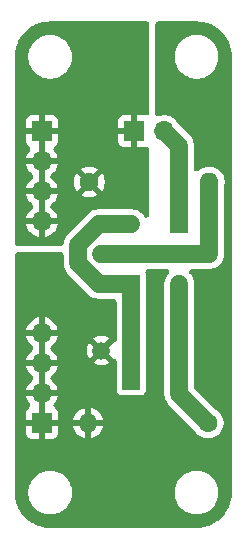
<source format=gbl>
%TF.GenerationSoftware,KiCad,Pcbnew,9.0.0*%
%TF.CreationDate,2025-03-07T11:18:17-05:00*%
%TF.ProjectId,current_sink,63757272-656e-4745-9f73-696e6b2e6b69,rev?*%
%TF.SameCoordinates,Original*%
%TF.FileFunction,Copper,L2,Bot*%
%TF.FilePolarity,Positive*%
%FSLAX46Y46*%
G04 Gerber Fmt 4.6, Leading zero omitted, Abs format (unit mm)*
G04 Created by KiCad (PCBNEW 9.0.0) date 2025-03-07 11:18:17*
%MOMM*%
%LPD*%
G01*
G04 APERTURE LIST*
%TA.AperFunction,ComponentPad*%
%ADD10C,1.600000*%
%TD*%
%TA.AperFunction,ComponentPad*%
%ADD11O,1.600000X1.600000*%
%TD*%
%TA.AperFunction,ComponentPad*%
%ADD12R,1.700000X1.700000*%
%TD*%
%TA.AperFunction,ComponentPad*%
%ADD13O,1.700000X1.700000*%
%TD*%
%TA.AperFunction,ComponentPad*%
%ADD14R,1.500000X1.500000*%
%TD*%
%TA.AperFunction,ComponentPad*%
%ADD15C,1.500000*%
%TD*%
%TA.AperFunction,Conductor*%
%ADD16C,1.500000*%
%TD*%
G04 APERTURE END LIST*
D10*
%TO.P,R2,1*%
%TO.N,VCC*%
X7820000Y-15100000D03*
D11*
%TO.P,R2,2*%
%TO.N,Net-(Q1-B)*%
X17980000Y-15100000D03*
%TD*%
D12*
%TO.P,J1,1,Pin_1*%
%TO.N,VCC*%
X11625000Y-10800000D03*
D13*
%TO.P,J1,2,Pin_2*%
%TO.N,Net-(J1-Pin_2)*%
X14165000Y-10800000D03*
%TD*%
D14*
%TO.P,U1,1,REF*%
%TO.N,Net-(Q2-C)*%
X11370000Y-31920000D03*
D15*
%TO.P,U1,2,A*%
%TO.N,GND*%
X8830000Y-29380000D03*
%TO.P,U1,3,K*%
%TO.N,Net-(Q2-C)*%
X11370000Y-26840000D03*
%TD*%
D12*
%TO.P,J2,1,Pin_1*%
%TO.N,VCC*%
X3800000Y-10800000D03*
D13*
%TO.P,J2,2,Pin_2*%
X3800000Y-13340000D03*
%TO.P,J2,3,Pin_3*%
X3800000Y-15880000D03*
%TO.P,J2,4,Pin_4*%
X3800000Y-18420000D03*
%TD*%
D14*
%TO.P,Q1,1,C*%
%TO.N,Net-(J1-Pin_2)*%
X15430000Y-18660000D03*
D15*
%TO.P,Q1,2,B*%
%TO.N,Net-(Q1-B)*%
X17970000Y-21200000D03*
%TO.P,Q1,3,E*%
%TO.N,Net-(Q1-E)*%
X15430000Y-23740000D03*
%TD*%
D10*
%TO.P,R1,1*%
%TO.N,Net-(Q1-E)*%
X17880000Y-35500000D03*
D11*
%TO.P,R1,2*%
%TO.N,GND*%
X7720000Y-35500000D03*
%TD*%
D12*
%TO.P,J3,1,Pin_1*%
%TO.N,GND*%
X3800000Y-35500000D03*
D13*
%TO.P,J3,2,Pin_2*%
X3800000Y-32960000D03*
%TO.P,J3,3,Pin_3*%
X3800000Y-30420000D03*
%TO.P,J3,4,Pin_4*%
X3800000Y-27880000D03*
%TD*%
D14*
%TO.P,Q2,1,C*%
%TO.N,Net-(Q2-C)*%
X11370000Y-23740000D03*
D15*
%TO.P,Q2,2,B*%
%TO.N,Net-(Q1-B)*%
X8830000Y-21200000D03*
%TO.P,Q2,3,E*%
%TO.N,Net-(Q2-C)*%
X11370000Y-18660000D03*
%TD*%
D16*
%TO.N,Net-(J1-Pin_2)*%
X15430000Y-18660000D02*
X15430000Y-12065000D01*
X15430000Y-12065000D02*
X14165000Y-10800000D01*
%TO.N,Net-(Q1-B)*%
X8830000Y-21200000D02*
X11600000Y-21200000D01*
X17980000Y-15100000D02*
X17980000Y-21190000D01*
X13200000Y-21200000D02*
X17970000Y-21200000D01*
X11600000Y-21200000D02*
X13200000Y-21200000D01*
X17980000Y-21190000D02*
X17970000Y-21200000D01*
%TO.N,Net-(Q1-E)*%
X15430000Y-33050000D02*
X17880000Y-35500000D01*
X15430000Y-23740000D02*
X15430000Y-33050000D01*
%TO.N,Net-(Q2-C)*%
X8632083Y-18660000D02*
X6894000Y-20398083D01*
X11370000Y-18660000D02*
X8632083Y-18660000D01*
X11370000Y-26840000D02*
X11370000Y-31920000D01*
X11370000Y-23740000D02*
X11370000Y-26840000D01*
X6894000Y-20398083D02*
X6894000Y-22001918D01*
X6894000Y-22001918D02*
X8632082Y-23740000D01*
X8632082Y-23740000D02*
X11370000Y-23740000D01*
%TD*%
%TA.AperFunction,Conductor*%
%TO.N,VCC*%
G36*
X4050000Y-17986988D02*
G01*
X3992993Y-17954075D01*
X3865826Y-17920000D01*
X3734174Y-17920000D01*
X3607007Y-17954075D01*
X3550000Y-17986988D01*
X3550000Y-16313012D01*
X3607007Y-16345925D01*
X3734174Y-16380000D01*
X3865826Y-16380000D01*
X3992993Y-16345925D01*
X4050000Y-16313012D01*
X4050000Y-17986988D01*
G37*
%TD.AperFunction*%
%TA.AperFunction,Conductor*%
G36*
X4050000Y-15446988D02*
G01*
X3992993Y-15414075D01*
X3865826Y-15380000D01*
X3734174Y-15380000D01*
X3607007Y-15414075D01*
X3550000Y-15446988D01*
X3550000Y-13773012D01*
X3607007Y-13805925D01*
X3734174Y-13840000D01*
X3865826Y-13840000D01*
X3992993Y-13805925D01*
X4050000Y-13773012D01*
X4050000Y-15446988D01*
G37*
%TD.AperFunction*%
%TA.AperFunction,Conductor*%
G36*
X4050000Y-12906988D02*
G01*
X3992993Y-12874075D01*
X3865826Y-12840000D01*
X3734174Y-12840000D01*
X3607007Y-12874075D01*
X3550000Y-12906988D01*
X3550000Y-11233012D01*
X3607007Y-11265925D01*
X3734174Y-11300000D01*
X3865826Y-11300000D01*
X3992993Y-11265925D01*
X4050000Y-11233012D01*
X4050000Y-12906988D01*
G37*
%TD.AperFunction*%
%TA.AperFunction,Conductor*%
G36*
X12746288Y-1519454D02*
G01*
X12827070Y-1573430D01*
X12881046Y-1654212D01*
X12900000Y-1749500D01*
X12900000Y-9216760D01*
X12881046Y-9312048D01*
X12827070Y-9392830D01*
X12746288Y-9446806D01*
X12651000Y-9465760D01*
X12593744Y-9459088D01*
X12582375Y-9456401D01*
X12522832Y-9450000D01*
X11875001Y-9450000D01*
X11875000Y-9450001D01*
X11875000Y-10366988D01*
X11817993Y-10334075D01*
X11690826Y-10300000D01*
X11559174Y-10300000D01*
X11432007Y-10334075D01*
X11375000Y-10366988D01*
X11375000Y-9450001D01*
X11374999Y-9450000D01*
X10727167Y-9450000D01*
X10667628Y-9456401D01*
X10667621Y-9456403D01*
X10532912Y-9506646D01*
X10417812Y-9592810D01*
X10417810Y-9592812D01*
X10331646Y-9707912D01*
X10281403Y-9842621D01*
X10281401Y-9842628D01*
X10275000Y-9902167D01*
X10275000Y-10549999D01*
X10275001Y-10550000D01*
X11191988Y-10550000D01*
X11159075Y-10607007D01*
X11125000Y-10734174D01*
X11125000Y-10865826D01*
X11159075Y-10992993D01*
X11191988Y-11050000D01*
X10275001Y-11050000D01*
X10275000Y-11050001D01*
X10275000Y-11697832D01*
X10281401Y-11757371D01*
X10281403Y-11757378D01*
X10331646Y-11892087D01*
X10417810Y-12007187D01*
X10417812Y-12007189D01*
X10532912Y-12093353D01*
X10667621Y-12143596D01*
X10667628Y-12143598D01*
X10727167Y-12149999D01*
X10727175Y-12150000D01*
X11374999Y-12150000D01*
X11375000Y-12149999D01*
X11375000Y-11233012D01*
X11432007Y-11265925D01*
X11559174Y-11300000D01*
X11690826Y-11300000D01*
X11817993Y-11265925D01*
X11875000Y-11233012D01*
X11875000Y-12149999D01*
X11875001Y-12150000D01*
X12522825Y-12150000D01*
X12522832Y-12149999D01*
X12582370Y-12143598D01*
X12593735Y-12140913D01*
X12690829Y-12137445D01*
X12781858Y-12171397D01*
X12852966Y-12237599D01*
X12893326Y-12325974D01*
X12900000Y-12383239D01*
X12900000Y-17873135D01*
X12881046Y-17968423D01*
X12827070Y-18049205D01*
X12746288Y-18103181D01*
X12651000Y-18122135D01*
X12555712Y-18103181D01*
X12474930Y-18049205D01*
X12445737Y-18012175D01*
X12445276Y-18012511D01*
X12323830Y-17845357D01*
X12323828Y-17845354D01*
X12184646Y-17706172D01*
X12184638Y-17706166D01*
X12025410Y-17590479D01*
X12025407Y-17590477D01*
X12025405Y-17590476D01*
X11850025Y-17501116D01*
X11850024Y-17501115D01*
X11850023Y-17501115D01*
X11850017Y-17501113D01*
X11742928Y-17466318D01*
X11662826Y-17440291D01*
X11662824Y-17440290D01*
X11662822Y-17440290D01*
X11468428Y-17409501D01*
X11468419Y-17409500D01*
X11468417Y-17409500D01*
X8533666Y-17409500D01*
X8533663Y-17409500D01*
X8533654Y-17409501D01*
X8339260Y-17440290D01*
X8152065Y-17501113D01*
X8152059Y-17501115D01*
X7976673Y-17590478D01*
X7817443Y-17706166D01*
X5940170Y-19583439D01*
X5824475Y-19742680D01*
X5824473Y-19742681D01*
X5735115Y-19918059D01*
X5735113Y-19918066D01*
X5674291Y-20105257D01*
X5643507Y-20299619D01*
X5641224Y-20309130D01*
X5624903Y-20344530D01*
X5611412Y-20381102D01*
X5604691Y-20388371D01*
X5600548Y-20397360D01*
X5571928Y-20423815D01*
X5545463Y-20452445D01*
X5536471Y-20456590D01*
X5529204Y-20463308D01*
X5492635Y-20476799D01*
X5457232Y-20493120D01*
X5444220Y-20494660D01*
X5438054Y-20496935D01*
X5428253Y-20496549D01*
X5399104Y-20500000D01*
X1749501Y-20500000D01*
X1654213Y-20481046D01*
X1573431Y-20427070D01*
X1519455Y-20346288D01*
X1500501Y-20251000D01*
X1500501Y-18595574D01*
X1500501Y-17351445D01*
X1500500Y-9902167D01*
X2450000Y-9902167D01*
X2450000Y-10549999D01*
X2450001Y-10550000D01*
X3366988Y-10550000D01*
X3334075Y-10607007D01*
X3300000Y-10734174D01*
X3300000Y-10865826D01*
X3334075Y-10992993D01*
X3366988Y-11050000D01*
X2450001Y-11050000D01*
X2450000Y-11050001D01*
X2450000Y-11697832D01*
X2456401Y-11757371D01*
X2456403Y-11757378D01*
X2506646Y-11892087D01*
X2592810Y-12007187D01*
X2592812Y-12007189D01*
X2722169Y-12104026D01*
X2719884Y-12107078D01*
X2769606Y-12148617D01*
X2814653Y-12234697D01*
X2823330Y-12331464D01*
X2794315Y-12424185D01*
X2775166Y-12451994D01*
X2776028Y-12452620D01*
X2645376Y-12632446D01*
X2548908Y-12821774D01*
X2548902Y-12821787D01*
X2483243Y-13023870D01*
X2472769Y-13090000D01*
X3366988Y-13090000D01*
X3334075Y-13147007D01*
X3300000Y-13274174D01*
X3300000Y-13405826D01*
X3334075Y-13532993D01*
X3366988Y-13590000D01*
X2472770Y-13590000D01*
X2483243Y-13656129D01*
X2548902Y-13858212D01*
X2548908Y-13858225D01*
X2645376Y-14047553D01*
X2770275Y-14219462D01*
X2920537Y-14369724D01*
X2973983Y-14408555D01*
X3039932Y-14479898D01*
X3073558Y-14571048D01*
X3069744Y-14668128D01*
X3029069Y-14756359D01*
X2973983Y-14811445D01*
X2920537Y-14850275D01*
X2770275Y-15000537D01*
X2645376Y-15172446D01*
X2548908Y-15361774D01*
X2548902Y-15361787D01*
X2483243Y-15563870D01*
X2472769Y-15630000D01*
X3366988Y-15630000D01*
X3334075Y-15687007D01*
X3300000Y-15814174D01*
X3300000Y-15945826D01*
X3334075Y-16072993D01*
X3366988Y-16130000D01*
X2472770Y-16130000D01*
X2483243Y-16196129D01*
X2548902Y-16398212D01*
X2548908Y-16398225D01*
X2645376Y-16587553D01*
X2770275Y-16759462D01*
X2920537Y-16909724D01*
X2973983Y-16948555D01*
X3039932Y-17019898D01*
X3073558Y-17111048D01*
X3069744Y-17208128D01*
X3029069Y-17296359D01*
X2973983Y-17351445D01*
X2920537Y-17390275D01*
X2770275Y-17540537D01*
X2645376Y-17712446D01*
X2548908Y-17901774D01*
X2548902Y-17901787D01*
X2483243Y-18103870D01*
X2472769Y-18170000D01*
X3366988Y-18170000D01*
X3334075Y-18227007D01*
X3300000Y-18354174D01*
X3300000Y-18485826D01*
X3334075Y-18612993D01*
X3366988Y-18670000D01*
X2472770Y-18670000D01*
X2483243Y-18736129D01*
X2548902Y-18938212D01*
X2548908Y-18938225D01*
X2645376Y-19127553D01*
X2770275Y-19299462D01*
X2920537Y-19449724D01*
X3092446Y-19574623D01*
X3281774Y-19671091D01*
X3281787Y-19671097D01*
X3483870Y-19736756D01*
X3550000Y-19747230D01*
X3550000Y-18853012D01*
X3607007Y-18885925D01*
X3734174Y-18920000D01*
X3865826Y-18920000D01*
X3992993Y-18885925D01*
X4050000Y-18853012D01*
X4050000Y-19747229D01*
X4116129Y-19736756D01*
X4318212Y-19671097D01*
X4318225Y-19671091D01*
X4507553Y-19574623D01*
X4679462Y-19449724D01*
X4829724Y-19299462D01*
X4954623Y-19127553D01*
X5051091Y-18938225D01*
X5051097Y-18938212D01*
X5116756Y-18736129D01*
X5127230Y-18670000D01*
X4233012Y-18670000D01*
X4265925Y-18612993D01*
X4300000Y-18485826D01*
X4300000Y-18354174D01*
X4265925Y-18227007D01*
X4233012Y-18170000D01*
X5127230Y-18170000D01*
X5116756Y-18103870D01*
X5051097Y-17901787D01*
X5051091Y-17901774D01*
X4954623Y-17712446D01*
X4829724Y-17540537D01*
X4679461Y-17390274D01*
X4626018Y-17351446D01*
X4560068Y-17280103D01*
X4526441Y-17188954D01*
X4530255Y-17091874D01*
X4570929Y-17003643D01*
X4626018Y-16948554D01*
X4679461Y-16909725D01*
X4829724Y-16759462D01*
X4954623Y-16587553D01*
X5051091Y-16398225D01*
X5051097Y-16398212D01*
X5116756Y-16196129D01*
X5127230Y-16130000D01*
X4233012Y-16130000D01*
X4265925Y-16072993D01*
X4300000Y-15945826D01*
X4300000Y-15814174D01*
X4265925Y-15687007D01*
X4233012Y-15630000D01*
X5127230Y-15630000D01*
X5116756Y-15563870D01*
X5051097Y-15361787D01*
X5051091Y-15361774D01*
X4954623Y-15172445D01*
X4954622Y-15172443D01*
X4926882Y-15134262D01*
X4829724Y-15000537D01*
X4826879Y-14997692D01*
X6520000Y-14997692D01*
X6520000Y-15202307D01*
X6520001Y-15202323D01*
X6552009Y-15404413D01*
X6615240Y-15599019D01*
X6615242Y-15599025D01*
X6708140Y-15781350D01*
X6740523Y-15825920D01*
X6740524Y-15825920D01*
X7420000Y-15146444D01*
X7420000Y-15152661D01*
X7447259Y-15254394D01*
X7499920Y-15345606D01*
X7574394Y-15420080D01*
X7665606Y-15472741D01*
X7767339Y-15500000D01*
X7773554Y-15500000D01*
X7094078Y-16179474D01*
X7094078Y-16179475D01*
X7138652Y-16211860D01*
X7320974Y-16304757D01*
X7320980Y-16304759D01*
X7515586Y-16367990D01*
X7717676Y-16399998D01*
X7717692Y-16400000D01*
X7922308Y-16400000D01*
X7922323Y-16399998D01*
X8124413Y-16367990D01*
X8319019Y-16304759D01*
X8319025Y-16304757D01*
X8501342Y-16211863D01*
X8501347Y-16211859D01*
X8545920Y-16179474D01*
X8545921Y-16179474D01*
X7866446Y-15500000D01*
X7872661Y-15500000D01*
X7974394Y-15472741D01*
X8065606Y-15420080D01*
X8140080Y-15345606D01*
X8192741Y-15254394D01*
X8220000Y-15152661D01*
X8220000Y-15146446D01*
X8899474Y-15825921D01*
X8899474Y-15825920D01*
X8931859Y-15781347D01*
X8931863Y-15781342D01*
X9024757Y-15599025D01*
X9024759Y-15599019D01*
X9087990Y-15404413D01*
X9119998Y-15202323D01*
X9120000Y-15202307D01*
X9120000Y-14997692D01*
X9119998Y-14997676D01*
X9087990Y-14795586D01*
X9024759Y-14600980D01*
X9024757Y-14600974D01*
X8931860Y-14418652D01*
X8899474Y-14374078D01*
X8220000Y-15053552D01*
X8220000Y-15047339D01*
X8192741Y-14945606D01*
X8140080Y-14854394D01*
X8065606Y-14779920D01*
X7974394Y-14727259D01*
X7872661Y-14700000D01*
X7866445Y-14700000D01*
X8545920Y-14020524D01*
X8545920Y-14020523D01*
X8501350Y-13988140D01*
X8319025Y-13895242D01*
X8319019Y-13895240D01*
X8124413Y-13832009D01*
X7922323Y-13800001D01*
X7922308Y-13800000D01*
X7717692Y-13800000D01*
X7717676Y-13800001D01*
X7515586Y-13832009D01*
X7320980Y-13895240D01*
X7320974Y-13895242D01*
X7138647Y-13988142D01*
X7094078Y-14020523D01*
X7773555Y-14700000D01*
X7767339Y-14700000D01*
X7665606Y-14727259D01*
X7574394Y-14779920D01*
X7499920Y-14854394D01*
X7447259Y-14945606D01*
X7420000Y-15047339D01*
X7420000Y-15053555D01*
X6740523Y-14374078D01*
X6708142Y-14418647D01*
X6615242Y-14600974D01*
X6615240Y-14600980D01*
X6552009Y-14795586D01*
X6520001Y-14997676D01*
X6520000Y-14997692D01*
X4826879Y-14997692D01*
X4679461Y-14850274D01*
X4626018Y-14811446D01*
X4560068Y-14740103D01*
X4526441Y-14648954D01*
X4530255Y-14551874D01*
X4570929Y-14463643D01*
X4626018Y-14408554D01*
X4679461Y-14369725D01*
X4829724Y-14219462D01*
X4954623Y-14047553D01*
X4977641Y-14002380D01*
X5051091Y-13858225D01*
X5051097Y-13858212D01*
X5116756Y-13656129D01*
X5127230Y-13590000D01*
X4233012Y-13590000D01*
X4265925Y-13532993D01*
X4300000Y-13405826D01*
X4300000Y-13274174D01*
X4265925Y-13147007D01*
X4233012Y-13090000D01*
X5127230Y-13090000D01*
X5116756Y-13023870D01*
X5051097Y-12821787D01*
X5051091Y-12821774D01*
X4954623Y-12632446D01*
X4823972Y-12452620D01*
X4826176Y-12451018D01*
X4787431Y-12381827D01*
X4776015Y-12285345D01*
X4802391Y-12191839D01*
X4862542Y-12115544D01*
X4878318Y-12104677D01*
X4877831Y-12104026D01*
X5007187Y-12007189D01*
X5007189Y-12007187D01*
X5093353Y-11892087D01*
X5143596Y-11757378D01*
X5143598Y-11757371D01*
X5149999Y-11697832D01*
X5150000Y-11697825D01*
X5150000Y-11050001D01*
X5149999Y-11050000D01*
X4233012Y-11050000D01*
X4265925Y-10992993D01*
X4300000Y-10865826D01*
X4300000Y-10734174D01*
X4265925Y-10607007D01*
X4233012Y-10550000D01*
X5149999Y-10550000D01*
X5150000Y-10549999D01*
X5150000Y-9902175D01*
X5149999Y-9902167D01*
X5143598Y-9842628D01*
X5143596Y-9842621D01*
X5093353Y-9707912D01*
X5007189Y-9592812D01*
X5007187Y-9592810D01*
X4892087Y-9506646D01*
X4757378Y-9456403D01*
X4757371Y-9456401D01*
X4697832Y-9450000D01*
X4050001Y-9450000D01*
X4050000Y-9450001D01*
X4050000Y-10366988D01*
X3992993Y-10334075D01*
X3865826Y-10300000D01*
X3734174Y-10300000D01*
X3607007Y-10334075D01*
X3550000Y-10366988D01*
X3550000Y-9450001D01*
X3549999Y-9450000D01*
X2902167Y-9450000D01*
X2842628Y-9456401D01*
X2842621Y-9456403D01*
X2707912Y-9506646D01*
X2592812Y-9592810D01*
X2592810Y-9592812D01*
X2506646Y-9707912D01*
X2456403Y-9842621D01*
X2456401Y-9842628D01*
X2450000Y-9902167D01*
X1500500Y-9902167D01*
X1500500Y-4506523D01*
X1500841Y-4493491D01*
X1506857Y-4378712D01*
X2649500Y-4378712D01*
X2649500Y-4621287D01*
X2681162Y-4861790D01*
X2681163Y-4861795D01*
X2743940Y-5096082D01*
X2743948Y-5096105D01*
X2836770Y-5320201D01*
X2836778Y-5320217D01*
X2958058Y-5530279D01*
X2958064Y-5530289D01*
X3105729Y-5722731D01*
X3105738Y-5722741D01*
X3277258Y-5894261D01*
X3277268Y-5894270D01*
X3398491Y-5987287D01*
X3469711Y-6041936D01*
X3469720Y-6041941D01*
X3679782Y-6163221D01*
X3679798Y-6163229D01*
X3819858Y-6221242D01*
X3903900Y-6256054D01*
X3903911Y-6256057D01*
X3903917Y-6256059D01*
X4087021Y-6305121D01*
X4138211Y-6318838D01*
X4378712Y-6350500D01*
X4621288Y-6350500D01*
X4861789Y-6318838D01*
X5023275Y-6275567D01*
X5096082Y-6256059D01*
X5096084Y-6256058D01*
X5096100Y-6256054D01*
X5247766Y-6193231D01*
X5320201Y-6163229D01*
X5320206Y-6163226D01*
X5320212Y-6163224D01*
X5530289Y-6041936D01*
X5722738Y-5894265D01*
X5894265Y-5722738D01*
X6041936Y-5530289D01*
X6163224Y-5320212D01*
X6256054Y-5096100D01*
X6318838Y-4861789D01*
X6350500Y-4621288D01*
X6350500Y-4378712D01*
X6318838Y-4138211D01*
X6305121Y-4087021D01*
X6256059Y-3903917D01*
X6256057Y-3903911D01*
X6256054Y-3903900D01*
X6221242Y-3819858D01*
X6163229Y-3679798D01*
X6163221Y-3679782D01*
X6041941Y-3469720D01*
X6041935Y-3469710D01*
X5894270Y-3277268D01*
X5894261Y-3277258D01*
X5722741Y-3105738D01*
X5722731Y-3105729D01*
X5530289Y-2958064D01*
X5530279Y-2958058D01*
X5320217Y-2836778D01*
X5320201Y-2836770D01*
X5096105Y-2743948D01*
X5096103Y-2743947D01*
X5096100Y-2743946D01*
X5096096Y-2743945D01*
X5096082Y-2743940D01*
X4861795Y-2681163D01*
X4861790Y-2681162D01*
X4621288Y-2649500D01*
X4378712Y-2649500D01*
X4138209Y-2681162D01*
X4138204Y-2681163D01*
X3903917Y-2743940D01*
X3903894Y-2743948D01*
X3679798Y-2836770D01*
X3679782Y-2836778D01*
X3469720Y-2958058D01*
X3469710Y-2958064D01*
X3277268Y-3105729D01*
X3277258Y-3105738D01*
X3105738Y-3277258D01*
X3105729Y-3277268D01*
X2958064Y-3469710D01*
X2958058Y-3469720D01*
X2836778Y-3679782D01*
X2836770Y-3679798D01*
X2743948Y-3903894D01*
X2743940Y-3903917D01*
X2681163Y-4138204D01*
X2681162Y-4138209D01*
X2649500Y-4378712D01*
X1506857Y-4378712D01*
X1507967Y-4357528D01*
X1507967Y-4357527D01*
X1516249Y-4199492D01*
X1518970Y-4173597D01*
X1564009Y-3889228D01*
X1569419Y-3863777D01*
X1643931Y-3585699D01*
X1651971Y-3560948D01*
X1755150Y-3292158D01*
X1765747Y-3268360D01*
X1786659Y-3227318D01*
X1896436Y-3011868D01*
X1909455Y-2989319D01*
X2066251Y-2747874D01*
X2081558Y-2726805D01*
X2262730Y-2503077D01*
X2280149Y-2483730D01*
X2483730Y-2280149D01*
X2503077Y-2262730D01*
X2726805Y-2081558D01*
X2747874Y-2066251D01*
X2989319Y-1909455D01*
X3011868Y-1896436D01*
X3268365Y-1765744D01*
X3292158Y-1755150D01*
X3560948Y-1651971D01*
X3585699Y-1643931D01*
X3863777Y-1569419D01*
X3889228Y-1564009D01*
X4173597Y-1518970D01*
X4199482Y-1516249D01*
X4493494Y-1500841D01*
X4506526Y-1500500D01*
X12651000Y-1500500D01*
X12746288Y-1519454D01*
G37*
%TD.AperFunction*%
%TD*%
%TA.AperFunction,Conductor*%
%TO.N,GND*%
G36*
X4050000Y-35066988D02*
G01*
X3992993Y-35034075D01*
X3865826Y-35000000D01*
X3734174Y-35000000D01*
X3607007Y-35034075D01*
X3550000Y-35066988D01*
X3550000Y-33393012D01*
X3607007Y-33425925D01*
X3734174Y-33460000D01*
X3865826Y-33460000D01*
X3992993Y-33425925D01*
X4050000Y-33393012D01*
X4050000Y-35066988D01*
G37*
%TD.AperFunction*%
%TA.AperFunction,Conductor*%
G36*
X4050000Y-32526988D02*
G01*
X3992993Y-32494075D01*
X3865826Y-32460000D01*
X3734174Y-32460000D01*
X3607007Y-32494075D01*
X3550000Y-32526988D01*
X3550000Y-30853012D01*
X3607007Y-30885925D01*
X3734174Y-30920000D01*
X3865826Y-30920000D01*
X3992993Y-30885925D01*
X4050000Y-30853012D01*
X4050000Y-32526988D01*
G37*
%TD.AperFunction*%
%TA.AperFunction,Conductor*%
G36*
X4050000Y-29986988D02*
G01*
X3992993Y-29954075D01*
X3865826Y-29920000D01*
X3734174Y-29920000D01*
X3607007Y-29954075D01*
X3550000Y-29986988D01*
X3550000Y-28313012D01*
X3607007Y-28345925D01*
X3734174Y-28380000D01*
X3865826Y-28380000D01*
X3992993Y-28345925D01*
X4050000Y-28313012D01*
X4050000Y-29986988D01*
G37*
%TD.AperFunction*%
%TA.AperFunction,Conductor*%
G36*
X16906506Y-1500841D02*
G01*
X17200515Y-1516249D01*
X17226404Y-1518970D01*
X17510767Y-1564008D01*
X17536226Y-1569421D01*
X17814294Y-1643929D01*
X17839056Y-1651974D01*
X18107834Y-1755147D01*
X18131639Y-1765747D01*
X18388120Y-1896431D01*
X18410688Y-1909460D01*
X18552183Y-2001348D01*
X18652118Y-2066247D01*
X18673202Y-2081565D01*
X18864848Y-2236757D01*
X18896909Y-2262719D01*
X18916279Y-2280159D01*
X19119840Y-2483720D01*
X19137280Y-2503090D01*
X19318433Y-2726796D01*
X19333752Y-2747881D01*
X19490537Y-2989308D01*
X19503568Y-3011879D01*
X19634252Y-3268360D01*
X19644854Y-3292170D01*
X19713005Y-3469711D01*
X19748020Y-3560927D01*
X19756073Y-3585715D01*
X19830576Y-3863763D01*
X19835993Y-3889246D01*
X19845096Y-3946715D01*
X19881026Y-4173572D01*
X19883750Y-4199491D01*
X19899158Y-4493491D01*
X19899499Y-4506523D01*
X19899499Y-41393474D01*
X19899158Y-41406506D01*
X19883750Y-41700506D01*
X19881025Y-41726426D01*
X19835995Y-42010732D01*
X19830576Y-42036226D01*
X19756068Y-42314293D01*
X19748015Y-42339080D01*
X19644853Y-42607827D01*
X19634251Y-42631638D01*
X19503567Y-42888119D01*
X19490536Y-42910690D01*
X19333752Y-43152117D01*
X19318432Y-43173203D01*
X19137278Y-43396910D01*
X19119839Y-43416279D01*
X18916279Y-43619839D01*
X18896910Y-43637278D01*
X18673203Y-43818432D01*
X18652117Y-43833752D01*
X18410690Y-43990536D01*
X18388119Y-44003567D01*
X18131638Y-44134251D01*
X18107827Y-44144853D01*
X17839080Y-44248015D01*
X17814293Y-44256068D01*
X17536226Y-44330576D01*
X17510732Y-44335995D01*
X17226426Y-44381025D01*
X17200506Y-44383750D01*
X16930944Y-44397877D01*
X16906504Y-44399158D01*
X16893475Y-44399499D01*
X4506525Y-44399499D01*
X4493495Y-44399158D01*
X4467071Y-44397773D01*
X4199493Y-44383750D01*
X4173573Y-44381025D01*
X3889267Y-44335995D01*
X3863773Y-44330576D01*
X3585706Y-44256068D01*
X3560919Y-44248015D01*
X3292172Y-44144853D01*
X3268361Y-44134251D01*
X3011880Y-44003567D01*
X2989309Y-43990536D01*
X2747882Y-43833752D01*
X2726796Y-43818432D01*
X2503089Y-43637278D01*
X2483720Y-43619839D01*
X2280160Y-43416279D01*
X2262721Y-43396910D01*
X2081567Y-43173203D01*
X2066247Y-43152117D01*
X1909463Y-42910690D01*
X1896432Y-42888119D01*
X1765748Y-42631638D01*
X1755146Y-42607827D01*
X1651984Y-42339080D01*
X1643931Y-42314293D01*
X1569423Y-42036226D01*
X1564004Y-42010732D01*
X1518974Y-41726426D01*
X1516249Y-41700507D01*
X1510193Y-41584953D01*
X1500839Y-41406485D01*
X1500500Y-41393530D01*
X1500500Y-41278712D01*
X2649500Y-41278712D01*
X2649500Y-41521287D01*
X2681162Y-41761790D01*
X2681163Y-41761795D01*
X2743940Y-41996082D01*
X2743948Y-41996105D01*
X2836770Y-42220201D01*
X2836778Y-42220217D01*
X2958058Y-42430279D01*
X2958064Y-42430289D01*
X3105729Y-42622731D01*
X3105738Y-42622741D01*
X3277258Y-42794261D01*
X3277268Y-42794270D01*
X3398491Y-42887287D01*
X3469711Y-42941936D01*
X3469720Y-42941941D01*
X3679782Y-43063221D01*
X3679798Y-43063229D01*
X3819858Y-43121242D01*
X3903900Y-43156054D01*
X3903911Y-43156057D01*
X3903917Y-43156059D01*
X4087021Y-43205121D01*
X4138211Y-43218838D01*
X4378712Y-43250500D01*
X4621288Y-43250500D01*
X4861789Y-43218838D01*
X5069950Y-43163061D01*
X5096082Y-43156059D01*
X5096084Y-43156058D01*
X5096100Y-43156054D01*
X5247766Y-43093231D01*
X5320201Y-43063229D01*
X5320206Y-43063226D01*
X5320212Y-43063224D01*
X5530289Y-42941936D01*
X5722738Y-42794265D01*
X5894265Y-42622738D01*
X6041936Y-42430289D01*
X6163224Y-42220212D01*
X6256054Y-41996100D01*
X6318838Y-41761789D01*
X6350500Y-41521288D01*
X6350500Y-41278712D01*
X15049500Y-41278712D01*
X15049500Y-41521287D01*
X15081162Y-41761790D01*
X15081163Y-41761795D01*
X15143940Y-41996082D01*
X15143948Y-41996105D01*
X15236770Y-42220201D01*
X15236778Y-42220217D01*
X15358058Y-42430279D01*
X15358064Y-42430289D01*
X15505729Y-42622731D01*
X15505738Y-42622741D01*
X15677258Y-42794261D01*
X15677268Y-42794270D01*
X15798491Y-42887287D01*
X15869711Y-42941936D01*
X15869720Y-42941941D01*
X16079782Y-43063221D01*
X16079798Y-43063229D01*
X16219858Y-43121242D01*
X16303900Y-43156054D01*
X16303911Y-43156057D01*
X16303917Y-43156059D01*
X16487021Y-43205121D01*
X16538211Y-43218838D01*
X16778712Y-43250500D01*
X17021288Y-43250500D01*
X17261789Y-43218838D01*
X17469950Y-43163061D01*
X17496082Y-43156059D01*
X17496084Y-43156058D01*
X17496100Y-43156054D01*
X17647766Y-43093231D01*
X17720201Y-43063229D01*
X17720206Y-43063226D01*
X17720212Y-43063224D01*
X17930289Y-42941936D01*
X18122738Y-42794265D01*
X18294265Y-42622738D01*
X18441936Y-42430289D01*
X18563224Y-42220212D01*
X18656054Y-41996100D01*
X18718838Y-41761789D01*
X18750500Y-41521288D01*
X18750500Y-41278712D01*
X18718838Y-41038211D01*
X18656054Y-40803900D01*
X18621242Y-40719858D01*
X18563229Y-40579798D01*
X18563221Y-40579782D01*
X18441941Y-40369720D01*
X18441935Y-40369710D01*
X18294270Y-40177268D01*
X18294261Y-40177258D01*
X18122741Y-40005738D01*
X18122731Y-40005729D01*
X17930289Y-39858064D01*
X17930279Y-39858058D01*
X17720217Y-39736778D01*
X17720201Y-39736770D01*
X17496105Y-39643948D01*
X17496103Y-39643947D01*
X17496100Y-39643946D01*
X17496096Y-39643945D01*
X17496082Y-39643940D01*
X17261795Y-39581163D01*
X17261790Y-39581162D01*
X17021288Y-39549500D01*
X16778712Y-39549500D01*
X16538209Y-39581162D01*
X16538204Y-39581163D01*
X16303917Y-39643940D01*
X16303894Y-39643948D01*
X16079798Y-39736770D01*
X16079782Y-39736778D01*
X15869720Y-39858058D01*
X15869710Y-39858064D01*
X15677268Y-40005729D01*
X15677258Y-40005738D01*
X15505738Y-40177258D01*
X15505729Y-40177268D01*
X15358064Y-40369710D01*
X15358058Y-40369720D01*
X15236778Y-40579782D01*
X15236770Y-40579798D01*
X15143948Y-40803894D01*
X15143940Y-40803917D01*
X15081163Y-41038204D01*
X15081162Y-41038209D01*
X15049500Y-41278712D01*
X6350500Y-41278712D01*
X6318838Y-41038211D01*
X6256054Y-40803900D01*
X6221242Y-40719858D01*
X6163229Y-40579798D01*
X6163221Y-40579782D01*
X6041941Y-40369720D01*
X6041935Y-40369710D01*
X5894270Y-40177268D01*
X5894261Y-40177258D01*
X5722741Y-40005738D01*
X5722731Y-40005729D01*
X5530289Y-39858064D01*
X5530279Y-39858058D01*
X5320217Y-39736778D01*
X5320201Y-39736770D01*
X5096105Y-39643948D01*
X5096103Y-39643947D01*
X5096100Y-39643946D01*
X5096096Y-39643945D01*
X5096082Y-39643940D01*
X4861795Y-39581163D01*
X4861790Y-39581162D01*
X4621288Y-39549500D01*
X4378712Y-39549500D01*
X4138209Y-39581162D01*
X4138204Y-39581163D01*
X3903917Y-39643940D01*
X3903894Y-39643948D01*
X3679798Y-39736770D01*
X3679782Y-39736778D01*
X3469720Y-39858058D01*
X3469710Y-39858064D01*
X3277268Y-40005729D01*
X3277258Y-40005738D01*
X3105738Y-40177258D01*
X3105729Y-40177268D01*
X2958064Y-40369710D01*
X2958058Y-40369720D01*
X2836778Y-40579782D01*
X2836770Y-40579798D01*
X2743948Y-40803894D01*
X2743940Y-40803917D01*
X2681163Y-41038204D01*
X2681162Y-41038209D01*
X2649500Y-41278712D01*
X1500500Y-41278712D01*
X1500500Y-34602167D01*
X2450000Y-34602167D01*
X2450000Y-35249999D01*
X2450001Y-35250000D01*
X3366988Y-35250000D01*
X3334075Y-35307007D01*
X3300000Y-35434174D01*
X3300000Y-35565826D01*
X3334075Y-35692993D01*
X3366988Y-35750000D01*
X2450001Y-35750000D01*
X2450000Y-35750001D01*
X2450000Y-36397832D01*
X2456401Y-36457371D01*
X2456403Y-36457378D01*
X2506646Y-36592087D01*
X2592810Y-36707187D01*
X2592812Y-36707189D01*
X2707912Y-36793353D01*
X2842621Y-36843596D01*
X2842628Y-36843598D01*
X2902167Y-36849999D01*
X2902175Y-36850000D01*
X3549999Y-36850000D01*
X3550000Y-36849999D01*
X3550000Y-35933012D01*
X3607007Y-35965925D01*
X3734174Y-36000000D01*
X3865826Y-36000000D01*
X3992993Y-35965925D01*
X4050000Y-35933012D01*
X4050000Y-36849999D01*
X4050001Y-36850000D01*
X4697825Y-36850000D01*
X4697832Y-36849999D01*
X4757371Y-36843598D01*
X4757378Y-36843596D01*
X4892087Y-36793353D01*
X5007187Y-36707189D01*
X5007189Y-36707187D01*
X5093353Y-36592087D01*
X5143596Y-36457378D01*
X5143598Y-36457371D01*
X5149999Y-36397832D01*
X5150000Y-36397825D01*
X5150000Y-35750001D01*
X5149999Y-35750000D01*
X4233012Y-35750000D01*
X4265925Y-35692993D01*
X4300000Y-35565826D01*
X4300000Y-35434174D01*
X4265925Y-35307007D01*
X4233012Y-35250000D01*
X5149999Y-35250000D01*
X5150000Y-35249999D01*
X6443390Y-35249999D01*
X6443392Y-35250000D01*
X7404314Y-35250000D01*
X7399920Y-35254394D01*
X7347259Y-35345606D01*
X7320000Y-35447339D01*
X7320000Y-35552661D01*
X7347259Y-35654394D01*
X7399920Y-35745606D01*
X7404314Y-35750000D01*
X6443391Y-35750000D01*
X6452007Y-35804406D01*
X6452011Y-35804420D01*
X6515240Y-35999019D01*
X6515242Y-35999025D01*
X6608142Y-36181353D01*
X6728412Y-36346889D01*
X6873110Y-36491587D01*
X7038646Y-36611857D01*
X7220974Y-36704757D01*
X7220980Y-36704759D01*
X7415585Y-36767990D01*
X7415590Y-36767991D01*
X7469999Y-36776608D01*
X7470000Y-36776607D01*
X7470000Y-35815686D01*
X7474394Y-35820080D01*
X7565606Y-35872741D01*
X7667339Y-35900000D01*
X7772661Y-35900000D01*
X7874394Y-35872741D01*
X7965606Y-35820080D01*
X7970000Y-35815686D01*
X7970000Y-36776608D01*
X8024409Y-36767991D01*
X8024414Y-36767990D01*
X8219019Y-36704759D01*
X8219025Y-36704757D01*
X8401353Y-36611857D01*
X8566889Y-36491587D01*
X8711587Y-36346889D01*
X8831857Y-36181353D01*
X8924757Y-35999025D01*
X8924759Y-35999019D01*
X8987988Y-35804420D01*
X8987992Y-35804406D01*
X8996609Y-35750000D01*
X8035686Y-35750000D01*
X8040080Y-35745606D01*
X8092741Y-35654394D01*
X8120000Y-35552661D01*
X8120000Y-35447339D01*
X8092741Y-35345606D01*
X8040080Y-35254394D01*
X8035686Y-35250000D01*
X8996608Y-35250000D01*
X8996609Y-35249999D01*
X8987992Y-35195593D01*
X8987988Y-35195579D01*
X8924759Y-35000980D01*
X8924757Y-35000974D01*
X8831857Y-34818646D01*
X8711587Y-34653110D01*
X8566889Y-34508412D01*
X8401353Y-34388142D01*
X8219025Y-34295242D01*
X8219019Y-34295240D01*
X8024420Y-34232011D01*
X8024406Y-34232007D01*
X7970000Y-34223390D01*
X7970000Y-35184314D01*
X7965606Y-35179920D01*
X7874394Y-35127259D01*
X7772661Y-35100000D01*
X7667339Y-35100000D01*
X7565606Y-35127259D01*
X7474394Y-35179920D01*
X7470000Y-35184314D01*
X7470000Y-34223391D01*
X7469999Y-34223390D01*
X7415593Y-34232007D01*
X7415579Y-34232011D01*
X7220980Y-34295240D01*
X7220974Y-34295242D01*
X7038646Y-34388142D01*
X6873110Y-34508412D01*
X6728412Y-34653110D01*
X6608142Y-34818646D01*
X6515242Y-35000974D01*
X6515240Y-35000980D01*
X6452011Y-35195579D01*
X6452007Y-35195593D01*
X6443390Y-35249999D01*
X5150000Y-35249999D01*
X5150000Y-34602175D01*
X5149999Y-34602167D01*
X5143598Y-34542628D01*
X5143596Y-34542621D01*
X5093353Y-34407912D01*
X5007189Y-34292812D01*
X5007187Y-34292810D01*
X4877831Y-34195974D01*
X4880114Y-34192923D01*
X4830373Y-34151358D01*
X4785337Y-34065272D01*
X4776672Y-33968504D01*
X4805699Y-33875787D01*
X4824841Y-33848011D01*
X4823972Y-33847380D01*
X4954623Y-33667553D01*
X5051091Y-33478225D01*
X5051097Y-33478212D01*
X5116756Y-33276129D01*
X5127230Y-33210000D01*
X4233012Y-33210000D01*
X4265925Y-33152993D01*
X4300000Y-33025826D01*
X4300000Y-32894174D01*
X4265925Y-32767007D01*
X4233012Y-32710000D01*
X5127230Y-32710000D01*
X5116756Y-32643870D01*
X5051097Y-32441787D01*
X5051091Y-32441774D01*
X4954623Y-32252446D01*
X4829724Y-32080537D01*
X4679461Y-31930274D01*
X4626018Y-31891446D01*
X4560068Y-31820103D01*
X4526441Y-31728954D01*
X4530255Y-31631874D01*
X4570929Y-31543643D01*
X4626018Y-31488554D01*
X4679461Y-31449725D01*
X4829724Y-31299462D01*
X4954623Y-31127553D01*
X5051091Y-30938225D01*
X5051097Y-30938212D01*
X5116756Y-30736129D01*
X5127230Y-30670000D01*
X4233012Y-30670000D01*
X4265925Y-30612993D01*
X4300000Y-30485826D01*
X4300000Y-30354174D01*
X4265925Y-30227007D01*
X4233012Y-30170000D01*
X5127230Y-30170000D01*
X5127230Y-30169999D01*
X5116756Y-30103870D01*
X5051097Y-29901787D01*
X5051091Y-29901774D01*
X4954623Y-29712446D01*
X4829724Y-29540537D01*
X4743429Y-29454242D01*
X4609435Y-29338285D01*
X4585990Y-29308145D01*
X4560068Y-29280103D01*
X4556360Y-29270053D01*
X4549784Y-29261599D01*
X4539658Y-29224780D01*
X4526441Y-29188954D01*
X4526861Y-29178250D01*
X4524021Y-29167922D01*
X4528756Y-29130026D01*
X4530255Y-29091874D01*
X4534738Y-29082148D01*
X4536067Y-29071516D01*
X4554944Y-29038316D01*
X4570929Y-29003643D01*
X4579579Y-28994992D01*
X4584090Y-28987060D01*
X4599494Y-28975077D01*
X4626018Y-28948554D01*
X4679461Y-28909725D01*
X4829724Y-28759462D01*
X4954623Y-28587553D01*
X5051091Y-28398225D01*
X5051095Y-28398215D01*
X5065371Y-28354280D01*
X5065372Y-28354276D01*
X5116757Y-28196123D01*
X5127230Y-28130000D01*
X4233012Y-28130000D01*
X4265925Y-28072993D01*
X4300000Y-27945826D01*
X4300000Y-27814174D01*
X4265925Y-27687007D01*
X4233012Y-27630000D01*
X5127230Y-27630000D01*
X5116756Y-27563870D01*
X5051097Y-27361787D01*
X5051091Y-27361774D01*
X4954623Y-27172446D01*
X4829724Y-27000537D01*
X4679462Y-26850275D01*
X4507553Y-26725376D01*
X4318225Y-26628908D01*
X4318215Y-26628904D01*
X4116124Y-26563241D01*
X4116120Y-26563240D01*
X4050000Y-26552767D01*
X4050000Y-27446988D01*
X3992993Y-27414075D01*
X3865826Y-27380000D01*
X3734174Y-27380000D01*
X3607007Y-27414075D01*
X3550000Y-27446988D01*
X3550000Y-26552768D01*
X3549999Y-26552767D01*
X3483879Y-26563240D01*
X3483875Y-26563241D01*
X3281784Y-26628904D01*
X3281774Y-26628908D01*
X3092446Y-26725376D01*
X2920537Y-26850275D01*
X2770275Y-27000537D01*
X2645376Y-27172446D01*
X2548908Y-27361774D01*
X2548902Y-27361787D01*
X2483243Y-27563870D01*
X2472769Y-27630000D01*
X3366988Y-27630000D01*
X3334075Y-27687007D01*
X3300000Y-27814174D01*
X3300000Y-27945826D01*
X3334075Y-28072993D01*
X3366988Y-28130000D01*
X2472770Y-28130000D01*
X2483243Y-28196129D01*
X2548902Y-28398212D01*
X2548908Y-28398225D01*
X2645376Y-28587553D01*
X2770275Y-28759462D01*
X2920537Y-28909724D01*
X2973983Y-28948555D01*
X3039932Y-29019898D01*
X3073558Y-29111048D01*
X3069744Y-29208128D01*
X3029069Y-29296359D01*
X2973983Y-29351445D01*
X2920537Y-29390275D01*
X2770275Y-29540537D01*
X2645376Y-29712446D01*
X2548908Y-29901774D01*
X2548902Y-29901787D01*
X2483243Y-30103870D01*
X2472769Y-30170000D01*
X3366988Y-30170000D01*
X3334075Y-30227007D01*
X3300000Y-30354174D01*
X3300000Y-30485826D01*
X3334075Y-30612993D01*
X3366988Y-30670000D01*
X2472770Y-30670000D01*
X2483243Y-30736129D01*
X2548902Y-30938212D01*
X2548908Y-30938225D01*
X2645376Y-31127553D01*
X2770275Y-31299462D01*
X2920537Y-31449724D01*
X2973983Y-31488555D01*
X3039932Y-31559898D01*
X3073558Y-31651048D01*
X3069744Y-31748128D01*
X3029069Y-31836359D01*
X2973983Y-31891445D01*
X2920537Y-31930275D01*
X2770275Y-32080537D01*
X2645376Y-32252446D01*
X2548908Y-32441774D01*
X2548902Y-32441787D01*
X2483243Y-32643870D01*
X2472769Y-32710000D01*
X3366988Y-32710000D01*
X3334075Y-32767007D01*
X3300000Y-32894174D01*
X3300000Y-33025826D01*
X3334075Y-33152993D01*
X3366988Y-33210000D01*
X2472770Y-33210000D01*
X2483243Y-33276129D01*
X2548902Y-33478212D01*
X2548908Y-33478225D01*
X2645376Y-33667553D01*
X2776028Y-33847380D01*
X2773824Y-33848980D01*
X2812573Y-33918186D01*
X2823982Y-34014669D01*
X2797601Y-34108174D01*
X2737446Y-34184465D01*
X2721683Y-34195325D01*
X2722169Y-34195974D01*
X2592812Y-34292810D01*
X2592810Y-34292812D01*
X2506646Y-34407912D01*
X2456403Y-34542621D01*
X2456401Y-34542628D01*
X2450000Y-34602167D01*
X1500500Y-34602167D01*
X1500500Y-21254499D01*
X1519454Y-21159212D01*
X1573430Y-21078430D01*
X1654212Y-21024454D01*
X1749500Y-21005500D01*
X5394500Y-21005500D01*
X5489788Y-21024454D01*
X5570570Y-21078430D01*
X5624546Y-21159212D01*
X5643500Y-21254500D01*
X5643500Y-22100330D01*
X5643501Y-22100346D01*
X5674290Y-22294741D01*
X5731057Y-22469454D01*
X5735116Y-22481944D01*
X5824476Y-22657323D01*
X5940172Y-22816564D01*
X7817436Y-24693828D01*
X7976677Y-24809524D01*
X8152056Y-24898884D01*
X8259504Y-24933796D01*
X8339256Y-24959709D01*
X8533665Y-24990500D01*
X9870500Y-24990500D01*
X9965788Y-25009454D01*
X10046570Y-25063430D01*
X10100546Y-25144212D01*
X10119500Y-25239500D01*
X10119500Y-28439853D01*
X10100546Y-28535141D01*
X10046570Y-28615923D01*
X9965788Y-28669899D01*
X9875744Y-28687809D01*
X9230000Y-29333553D01*
X9230000Y-29327339D01*
X9202741Y-29225606D01*
X9150080Y-29134394D01*
X9075606Y-29059920D01*
X8984394Y-29007259D01*
X8882661Y-28980000D01*
X8876445Y-28980000D01*
X9520125Y-28336319D01*
X9485147Y-28310906D01*
X9309831Y-28221579D01*
X9309828Y-28221578D01*
X9122703Y-28160777D01*
X8928388Y-28130001D01*
X8928373Y-28130000D01*
X8731627Y-28130000D01*
X8731611Y-28130001D01*
X8537296Y-28160777D01*
X8350171Y-28221578D01*
X8350163Y-28221581D01*
X8174857Y-28310903D01*
X8174856Y-28310904D01*
X8139874Y-28336319D01*
X8783555Y-28980000D01*
X8777339Y-28980000D01*
X8675606Y-29007259D01*
X8584394Y-29059920D01*
X8509920Y-29134394D01*
X8457259Y-29225606D01*
X8430000Y-29327339D01*
X8430000Y-29333555D01*
X7786319Y-28689874D01*
X7760904Y-28724856D01*
X7760903Y-28724857D01*
X7671581Y-28900163D01*
X7671578Y-28900171D01*
X7610777Y-29087296D01*
X7580001Y-29281611D01*
X7580000Y-29281627D01*
X7580000Y-29478372D01*
X7580001Y-29478388D01*
X7610777Y-29672703D01*
X7671578Y-29859828D01*
X7671579Y-29859831D01*
X7760906Y-30035147D01*
X7786319Y-30070124D01*
X8430000Y-29426444D01*
X8430000Y-29432661D01*
X8457259Y-29534394D01*
X8509920Y-29625606D01*
X8584394Y-29700080D01*
X8675606Y-29752741D01*
X8777339Y-29780000D01*
X8783553Y-29780000D01*
X8139874Y-30423679D01*
X8174850Y-30449091D01*
X8174858Y-30449096D01*
X8350168Y-30538420D01*
X8350171Y-30538421D01*
X8537296Y-30599222D01*
X8731611Y-30629998D01*
X8731627Y-30630000D01*
X8928373Y-30630000D01*
X8928388Y-30629998D01*
X9122703Y-30599222D01*
X9309828Y-30538421D01*
X9309836Y-30538418D01*
X9485137Y-30449099D01*
X9485140Y-30449097D01*
X9520124Y-30423678D01*
X8876447Y-29780000D01*
X8882661Y-29780000D01*
X8984394Y-29752741D01*
X9075606Y-29700080D01*
X9150080Y-29625606D01*
X9202741Y-29534394D01*
X9230000Y-29432661D01*
X9230000Y-29426446D01*
X9878755Y-30075201D01*
X9947444Y-30083331D01*
X10032212Y-30130802D01*
X10092360Y-30207100D01*
X10118732Y-30300607D01*
X10119500Y-30320144D01*
X10119500Y-32717865D01*
X10119500Y-32717868D01*
X10119501Y-32717872D01*
X10121567Y-32737093D01*
X10125908Y-32777480D01*
X10125909Y-32777483D01*
X10176204Y-32912331D01*
X10262454Y-33027546D01*
X10377669Y-33113796D01*
X10512517Y-33164091D01*
X10572127Y-33170500D01*
X11271580Y-33170499D01*
X11271583Y-33170500D01*
X11468417Y-33170500D01*
X11468420Y-33170499D01*
X12167872Y-33170499D01*
X12227483Y-33164091D01*
X12362331Y-33113796D01*
X12477546Y-33027546D01*
X12563796Y-32912331D01*
X12614091Y-32777483D01*
X12620500Y-32717873D01*
X12620500Y-31980476D01*
X12620500Y-26741583D01*
X12620500Y-23641583D01*
X12620500Y-23626323D01*
X12620499Y-23626305D01*
X12620499Y-22942134D01*
X12620499Y-22942128D01*
X12614091Y-22882517D01*
X12578283Y-22786511D01*
X12562744Y-22690612D01*
X12585087Y-22596061D01*
X12641912Y-22517258D01*
X12724569Y-22466199D01*
X12811585Y-22450500D01*
X14349887Y-22450500D01*
X14445175Y-22469454D01*
X14525957Y-22523430D01*
X14579933Y-22604212D01*
X14598887Y-22699500D01*
X14579933Y-22794788D01*
X14525959Y-22875566D01*
X14476172Y-22925354D01*
X14476169Y-22925357D01*
X14360479Y-23084589D01*
X14360479Y-23084590D01*
X14271115Y-23259976D01*
X14271113Y-23259982D01*
X14210290Y-23447177D01*
X14179501Y-23641571D01*
X14179500Y-23641587D01*
X14179500Y-33148412D01*
X14179501Y-33148428D01*
X14210290Y-33342823D01*
X14254280Y-33478212D01*
X14271116Y-33530026D01*
X14360476Y-33705405D01*
X14476172Y-33864646D01*
X15611526Y-35000000D01*
X16713416Y-36101890D01*
X16759205Y-36164913D01*
X16767713Y-36181610D01*
X16888034Y-36347219D01*
X17032781Y-36491966D01*
X17198390Y-36612287D01*
X17380781Y-36705220D01*
X17575466Y-36768477D01*
X17646575Y-36779739D01*
X17777638Y-36800499D01*
X17777645Y-36800499D01*
X17777648Y-36800500D01*
X17777651Y-36800500D01*
X17982349Y-36800500D01*
X17982352Y-36800500D01*
X17982355Y-36800499D01*
X17982361Y-36800499D01*
X18077870Y-36785371D01*
X18184534Y-36768477D01*
X18379219Y-36705220D01*
X18561610Y-36612287D01*
X18727219Y-36491966D01*
X18871966Y-36347219D01*
X18992287Y-36181610D01*
X19085220Y-35999219D01*
X19148477Y-35804534D01*
X19180500Y-35602352D01*
X19180500Y-35397648D01*
X19180499Y-35397645D01*
X19180499Y-35397638D01*
X19148477Y-35195468D01*
X19148477Y-35195466D01*
X19085220Y-35000781D01*
X18992287Y-34818390D01*
X18871966Y-34652781D01*
X18727219Y-34508034D01*
X18561610Y-34387713D01*
X18561607Y-34387711D01*
X18561605Y-34387710D01*
X18544913Y-34379205D01*
X18481890Y-34333416D01*
X16753430Y-32604956D01*
X16699454Y-32524174D01*
X16680500Y-32428886D01*
X16680500Y-23641587D01*
X16680498Y-23641571D01*
X16649709Y-23447177D01*
X16649709Y-23447174D01*
X16588884Y-23259975D01*
X16499524Y-23084595D01*
X16383828Y-22925354D01*
X16334040Y-22875566D01*
X16280067Y-22794788D01*
X16261113Y-22699500D01*
X16280067Y-22604212D01*
X16334043Y-22523430D01*
X16414825Y-22469454D01*
X16510113Y-22450500D01*
X18068413Y-22450500D01*
X18068417Y-22450500D01*
X18262826Y-22419709D01*
X18450026Y-22358884D01*
X18625405Y-22269524D01*
X18784646Y-22153828D01*
X18933828Y-22004646D01*
X19049524Y-21845405D01*
X19138884Y-21670026D01*
X19199709Y-21482826D01*
X19230500Y-21288417D01*
X19230500Y-21091584D01*
X19230500Y-15499298D01*
X19242686Y-15422356D01*
X19248477Y-15404534D01*
X19248479Y-15404524D01*
X19280499Y-15202361D01*
X19280500Y-15202349D01*
X19280500Y-14997650D01*
X19280499Y-14997638D01*
X19248477Y-14795468D01*
X19248477Y-14795466D01*
X19185220Y-14600781D01*
X19092287Y-14418390D01*
X18971966Y-14252781D01*
X18827219Y-14108034D01*
X18661610Y-13987713D01*
X18661609Y-13987712D01*
X18661607Y-13987711D01*
X18479224Y-13894782D01*
X18479214Y-13894778D01*
X18284531Y-13831522D01*
X18082361Y-13799500D01*
X18082352Y-13799500D01*
X17877648Y-13799500D01*
X17877638Y-13799500D01*
X17675468Y-13831522D01*
X17480785Y-13894778D01*
X17480775Y-13894782D01*
X17298392Y-13987711D01*
X17132779Y-14108035D01*
X17105570Y-14135245D01*
X17024788Y-14189221D01*
X16929500Y-14208175D01*
X16834212Y-14189221D01*
X16753430Y-14135245D01*
X16699454Y-14054463D01*
X16680500Y-13959175D01*
X16680500Y-11966587D01*
X16680498Y-11966571D01*
X16649709Y-11772174D01*
X16619692Y-11679792D01*
X16588884Y-11584974D01*
X16499524Y-11409595D01*
X16383828Y-11250354D01*
X16383826Y-11250352D01*
X15445994Y-10312519D01*
X15400205Y-10249496D01*
X15320051Y-10092184D01*
X15195104Y-9920208D01*
X15044792Y-9769896D01*
X14872816Y-9644949D01*
X14683412Y-9548443D01*
X14683409Y-9548442D01*
X14683407Y-9548441D01*
X14481240Y-9482753D01*
X14271296Y-9449500D01*
X14271287Y-9449500D01*
X14058713Y-9449500D01*
X14058703Y-9449500D01*
X13848757Y-9482753D01*
X13848756Y-9482753D01*
X13725841Y-9522691D01*
X13629360Y-9534110D01*
X13535853Y-9507738D01*
X13459555Y-9447590D01*
X13412084Y-9362822D01*
X13400665Y-9266341D01*
X13401096Y-9261471D01*
X13405500Y-9216760D01*
X13405500Y-4378712D01*
X15049500Y-4378712D01*
X15049500Y-4621287D01*
X15081162Y-4861790D01*
X15081163Y-4861795D01*
X15143940Y-5096082D01*
X15143948Y-5096105D01*
X15236770Y-5320201D01*
X15236778Y-5320217D01*
X15358058Y-5530279D01*
X15358064Y-5530289D01*
X15505729Y-5722731D01*
X15505738Y-5722741D01*
X15677258Y-5894261D01*
X15677268Y-5894270D01*
X15798491Y-5987287D01*
X15869711Y-6041936D01*
X15869720Y-6041941D01*
X16079782Y-6163221D01*
X16079798Y-6163229D01*
X16219858Y-6221242D01*
X16303900Y-6256054D01*
X16303911Y-6256057D01*
X16303917Y-6256059D01*
X16487021Y-6305121D01*
X16538211Y-6318838D01*
X16778712Y-6350500D01*
X17021288Y-6350500D01*
X17261789Y-6318838D01*
X17423275Y-6275567D01*
X17496082Y-6256059D01*
X17496084Y-6256058D01*
X17496100Y-6256054D01*
X17647766Y-6193231D01*
X17720201Y-6163229D01*
X17720206Y-6163226D01*
X17720212Y-6163224D01*
X17930289Y-6041936D01*
X18122738Y-5894265D01*
X18294265Y-5722738D01*
X18441936Y-5530289D01*
X18563224Y-5320212D01*
X18656054Y-5096100D01*
X18718838Y-4861789D01*
X18750500Y-4621288D01*
X18750500Y-4378712D01*
X18718838Y-4138211D01*
X18705121Y-4087021D01*
X18656059Y-3903917D01*
X18656057Y-3903911D01*
X18656054Y-3903900D01*
X18621242Y-3819858D01*
X18563229Y-3679798D01*
X18563221Y-3679782D01*
X18441941Y-3469720D01*
X18441935Y-3469710D01*
X18294270Y-3277268D01*
X18294261Y-3277258D01*
X18122741Y-3105738D01*
X18122731Y-3105729D01*
X17930289Y-2958064D01*
X17930279Y-2958058D01*
X17720217Y-2836778D01*
X17720201Y-2836770D01*
X17496105Y-2743948D01*
X17496103Y-2743947D01*
X17496100Y-2743946D01*
X17496096Y-2743945D01*
X17496082Y-2743940D01*
X17261795Y-2681163D01*
X17261790Y-2681162D01*
X17021288Y-2649500D01*
X16778712Y-2649500D01*
X16538209Y-2681162D01*
X16538204Y-2681163D01*
X16303917Y-2743940D01*
X16303894Y-2743948D01*
X16079798Y-2836770D01*
X16079782Y-2836778D01*
X15869720Y-2958058D01*
X15869710Y-2958064D01*
X15677268Y-3105729D01*
X15677258Y-3105738D01*
X15505738Y-3277258D01*
X15505729Y-3277268D01*
X15358064Y-3469710D01*
X15358058Y-3469720D01*
X15236778Y-3679782D01*
X15236770Y-3679798D01*
X15143948Y-3903894D01*
X15143940Y-3903917D01*
X15081163Y-4138204D01*
X15081162Y-4138209D01*
X15049500Y-4378712D01*
X13405500Y-4378712D01*
X13405500Y-1749500D01*
X13424454Y-1654212D01*
X13478430Y-1573430D01*
X13559212Y-1519454D01*
X13654500Y-1500500D01*
X16834108Y-1500500D01*
X16893474Y-1500500D01*
X16906506Y-1500841D01*
G37*
%TD.AperFunction*%
%TD*%
M02*

</source>
